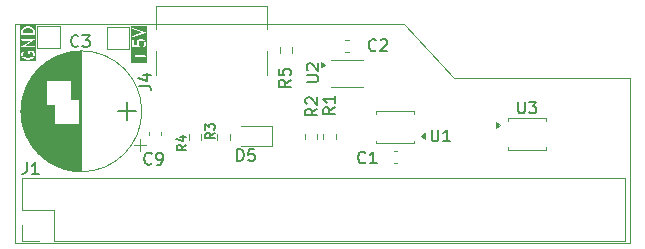
<source format=gbr>
%TF.GenerationSoftware,KiCad,Pcbnew,9.0.7-9.0.7~ubuntu24.04.1*%
%TF.CreationDate,2026-01-11T20:29:34+01:00*%
%TF.ProjectId,mfi,6d66692e-6b69-4636-9164-5f7063625858,rev?*%
%TF.SameCoordinates,Original*%
%TF.FileFunction,Legend,Top*%
%TF.FilePolarity,Positive*%
%FSLAX46Y46*%
G04 Gerber Fmt 4.6, Leading zero omitted, Abs format (unit mm)*
G04 Created by KiCad (PCBNEW 9.0.7-9.0.7~ubuntu24.04.1) date 2026-01-11 20:29:34*
%MOMM*%
%LPD*%
G01*
G04 APERTURE LIST*
%ADD10C,0.150000*%
%ADD11C,0.120000*%
%TA.AperFunction,Profile*%
%ADD12C,0.010000*%
%TD*%
G04 APERTURE END LIST*
D10*
X109450000Y-119550000D02*
X109450000Y-118050000D01*
X108700000Y-118800000D02*
X110200000Y-118800000D01*
G36*
X111155930Y-114742877D02*
G01*
X109783708Y-114742877D01*
X109783708Y-114162623D01*
X110134355Y-114162623D01*
X110134355Y-114191887D01*
X110145554Y-114218923D01*
X110166246Y-114239615D01*
X110193282Y-114250814D01*
X110207914Y-114252255D01*
X110513866Y-114252255D01*
X110513866Y-114558207D01*
X110515307Y-114572839D01*
X110526506Y-114599875D01*
X110547198Y-114620567D01*
X110574234Y-114631766D01*
X110603498Y-114631766D01*
X110630534Y-114620567D01*
X110651226Y-114599875D01*
X110662425Y-114572839D01*
X110663866Y-114558207D01*
X110663866Y-114252255D01*
X110969819Y-114252255D01*
X110984451Y-114250814D01*
X111011487Y-114239615D01*
X111032179Y-114218923D01*
X111043378Y-114191887D01*
X111043378Y-114162623D01*
X111032179Y-114135587D01*
X111011487Y-114114895D01*
X110984451Y-114103696D01*
X110969819Y-114102255D01*
X110663866Y-114102255D01*
X110663866Y-113796303D01*
X110662425Y-113781671D01*
X110651226Y-113754635D01*
X110630534Y-113733943D01*
X110603498Y-113722744D01*
X110574234Y-113722744D01*
X110547198Y-113733943D01*
X110526506Y-113754635D01*
X110515307Y-113781671D01*
X110513866Y-113796303D01*
X110513866Y-114102255D01*
X110207914Y-114102255D01*
X110193282Y-114103696D01*
X110166246Y-114114895D01*
X110145554Y-114135587D01*
X110134355Y-114162623D01*
X109783708Y-114162623D01*
X109783708Y-112843922D01*
X109894819Y-112843922D01*
X109894819Y-113320112D01*
X109895351Y-113325523D01*
X109895169Y-113327352D01*
X109895707Y-113329138D01*
X109896260Y-113334744D01*
X109900454Y-113344870D01*
X109903622Y-113355368D01*
X109906013Y-113358291D01*
X109907459Y-113361780D01*
X109915212Y-113369533D01*
X109922153Y-113378016D01*
X109925479Y-113379800D01*
X109928151Y-113382472D01*
X109938280Y-113386667D01*
X109947940Y-113391850D01*
X109953464Y-113392957D01*
X109955187Y-113393671D01*
X109957024Y-113393671D01*
X109962356Y-113394740D01*
X110438546Y-113442359D01*
X110453249Y-113442381D01*
X110456865Y-113441290D01*
X110460640Y-113441290D01*
X110470764Y-113437096D01*
X110481265Y-113433928D01*
X110484189Y-113431535D01*
X110487676Y-113430091D01*
X110495424Y-113422342D01*
X110503913Y-113415397D01*
X110505698Y-113412068D01*
X110508369Y-113409398D01*
X110512562Y-113399273D01*
X110517747Y-113389610D01*
X110518122Y-113385850D01*
X110519568Y-113382362D01*
X110519568Y-113371400D01*
X110520659Y-113360491D01*
X110519568Y-113356875D01*
X110519568Y-113353099D01*
X110515373Y-113342972D01*
X110512206Y-113332475D01*
X110509814Y-113329551D01*
X110508369Y-113326063D01*
X110499042Y-113314698D01*
X110460029Y-113275685D01*
X110425771Y-113207169D01*
X110425771Y-113004484D01*
X110460029Y-112935968D01*
X110490436Y-112905561D01*
X110558952Y-112871303D01*
X110761637Y-112871303D01*
X110830153Y-112905561D01*
X110860561Y-112935968D01*
X110894819Y-113004484D01*
X110894819Y-113207169D01*
X110860561Y-113275684D01*
X110821548Y-113314697D01*
X110812220Y-113326063D01*
X110801021Y-113353099D01*
X110801021Y-113382362D01*
X110812219Y-113409398D01*
X110832912Y-113430091D01*
X110859948Y-113441290D01*
X110889211Y-113441290D01*
X110916247Y-113430092D01*
X110927612Y-113420765D01*
X110975232Y-113373146D01*
X110979950Y-113367396D01*
X110981450Y-113366096D01*
X110982872Y-113363836D01*
X110984560Y-113361780D01*
X110985317Y-113359952D01*
X110989282Y-113353653D01*
X111036901Y-113258415D01*
X111042156Y-113244684D01*
X111042347Y-113241994D01*
X111043378Y-113239506D01*
X111044819Y-113224874D01*
X111044819Y-112986779D01*
X111043378Y-112972147D01*
X111042347Y-112969658D01*
X111042156Y-112966969D01*
X111036901Y-112953238D01*
X110989282Y-112858000D01*
X110985317Y-112851700D01*
X110984560Y-112849873D01*
X110982872Y-112847816D01*
X110981450Y-112845557D01*
X110979950Y-112844256D01*
X110975232Y-112838507D01*
X110927612Y-112790888D01*
X110921863Y-112786170D01*
X110920564Y-112784672D01*
X110918305Y-112783250D01*
X110916247Y-112781561D01*
X110914417Y-112780803D01*
X110908121Y-112776840D01*
X110812883Y-112729221D01*
X110799151Y-112723966D01*
X110796463Y-112723775D01*
X110793974Y-112722744D01*
X110779342Y-112721303D01*
X110541247Y-112721303D01*
X110526615Y-112722744D01*
X110524126Y-112723774D01*
X110521437Y-112723966D01*
X110507706Y-112729221D01*
X110412468Y-112776840D01*
X110406168Y-112780804D01*
X110404341Y-112781562D01*
X110402284Y-112783250D01*
X110400025Y-112784672D01*
X110398725Y-112786170D01*
X110392976Y-112790889D01*
X110345357Y-112838508D01*
X110340638Y-112844257D01*
X110339140Y-112845557D01*
X110337718Y-112847816D01*
X110336030Y-112849873D01*
X110335272Y-112851700D01*
X110331308Y-112858000D01*
X110283689Y-112953238D01*
X110278434Y-112966970D01*
X110278243Y-112969657D01*
X110277212Y-112972147D01*
X110275771Y-112986779D01*
X110275771Y-113224874D01*
X110277212Y-113239506D01*
X110278243Y-113241995D01*
X110278434Y-113244683D01*
X110283689Y-113258415D01*
X110293009Y-113277056D01*
X110044819Y-113252237D01*
X110044819Y-112843922D01*
X110043378Y-112829290D01*
X110032179Y-112802254D01*
X110011487Y-112781562D01*
X109984451Y-112770363D01*
X109955187Y-112770363D01*
X109928151Y-112781562D01*
X109907459Y-112802254D01*
X109896260Y-112829290D01*
X109894819Y-112843922D01*
X109783708Y-112843922D01*
X109783708Y-111834542D01*
X109895408Y-111834542D01*
X109897483Y-111863732D01*
X109910569Y-111889905D01*
X109932676Y-111909079D01*
X109946102Y-111915073D01*
X110732648Y-112177255D01*
X109946102Y-112439437D01*
X109932676Y-112445431D01*
X109910569Y-112464605D01*
X109897483Y-112490778D01*
X109895408Y-112519968D01*
X109904662Y-112547731D01*
X109923836Y-112569838D01*
X109950009Y-112582924D01*
X109979199Y-112584999D01*
X109993536Y-112581739D01*
X110993536Y-112248406D01*
X111006961Y-112242412D01*
X111011008Y-112238901D01*
X111015802Y-112236505D01*
X111021966Y-112229397D01*
X111029068Y-112223238D01*
X111031463Y-112218446D01*
X111034976Y-112214397D01*
X111037950Y-112205474D01*
X111042155Y-112197065D01*
X111042534Y-112191720D01*
X111044230Y-112186635D01*
X111043563Y-112177255D01*
X111044230Y-112167875D01*
X111042534Y-112162789D01*
X111042155Y-112157445D01*
X111037950Y-112149035D01*
X111034976Y-112140113D01*
X111031463Y-112136063D01*
X111029068Y-112131272D01*
X111021966Y-112125112D01*
X111015802Y-112118005D01*
X111011008Y-112115608D01*
X111006961Y-112112098D01*
X110993536Y-112106104D01*
X109993536Y-111772771D01*
X109979199Y-111769511D01*
X109950009Y-111771586D01*
X109923836Y-111784672D01*
X109904662Y-111806779D01*
X109895408Y-111834542D01*
X109783708Y-111834542D01*
X109783708Y-111658400D01*
X111155930Y-111658400D01*
X111155930Y-114742877D01*
G37*
G36*
X101305547Y-111857543D02*
G01*
X101382534Y-111896037D01*
X101456648Y-111970150D01*
X101494819Y-112084663D01*
X101494819Y-112235588D01*
X100644819Y-112235588D01*
X100644819Y-112084663D01*
X100682990Y-111970149D01*
X100757103Y-111896037D01*
X100834090Y-111857543D01*
X101007624Y-111814160D01*
X101132013Y-111814160D01*
X101305547Y-111857543D01*
G37*
G36*
X101755930Y-114591937D02*
G01*
X100383708Y-114591937D01*
X100383708Y-113929636D01*
X100494819Y-113929636D01*
X100494819Y-114072493D01*
X100495548Y-114079898D01*
X100495408Y-114081873D01*
X100495998Y-114084470D01*
X100496260Y-114087125D01*
X100497018Y-114088956D01*
X100498668Y-114096210D01*
X100546287Y-114239067D01*
X100552281Y-114252492D01*
X100554046Y-114254527D01*
X100555078Y-114257018D01*
X100564405Y-114268383D01*
X100659643Y-114363621D01*
X100665393Y-114368341D01*
X100666692Y-114369838D01*
X100668946Y-114371257D01*
X100671008Y-114372949D01*
X100672840Y-114373707D01*
X100679135Y-114377670D01*
X100774373Y-114425289D01*
X100775442Y-114425698D01*
X100775878Y-114426021D01*
X100782014Y-114428213D01*
X100788104Y-114430544D01*
X100788644Y-114430582D01*
X100789724Y-114430968D01*
X100980200Y-114478587D01*
X100982736Y-114478962D01*
X100983758Y-114479385D01*
X100989270Y-114479927D01*
X100994744Y-114480737D01*
X100995836Y-114480574D01*
X100998390Y-114480826D01*
X101141247Y-114480826D01*
X101143800Y-114480574D01*
X101144893Y-114480737D01*
X101150366Y-114479927D01*
X101155879Y-114479385D01*
X101156900Y-114478962D01*
X101159437Y-114478587D01*
X101349913Y-114430968D01*
X101350992Y-114430582D01*
X101351532Y-114430544D01*
X101357613Y-114428216D01*
X101363759Y-114426021D01*
X101364194Y-114425698D01*
X101365264Y-114425289D01*
X101460502Y-114377670D01*
X101466798Y-114373706D01*
X101468628Y-114372949D01*
X101470686Y-114371259D01*
X101472945Y-114369838D01*
X101474244Y-114368339D01*
X101479994Y-114363621D01*
X101575233Y-114268383D01*
X101584561Y-114257018D01*
X101585592Y-114254527D01*
X101587357Y-114252493D01*
X101593351Y-114239067D01*
X101640970Y-114096211D01*
X101642619Y-114088955D01*
X101643378Y-114087125D01*
X101643639Y-114084471D01*
X101644230Y-114081874D01*
X101644089Y-114079899D01*
X101644819Y-114072493D01*
X101644819Y-113977255D01*
X101644089Y-113969848D01*
X101644230Y-113967874D01*
X101643639Y-113965276D01*
X101643378Y-113962623D01*
X101642619Y-113960792D01*
X101640970Y-113953537D01*
X101593351Y-113810681D01*
X101587357Y-113797255D01*
X101585590Y-113795218D01*
X101584560Y-113792730D01*
X101575232Y-113781364D01*
X101527612Y-113733745D01*
X101516247Y-113724418D01*
X101500410Y-113717858D01*
X101489212Y-113713220D01*
X101474580Y-113711779D01*
X101141247Y-113711779D01*
X101126615Y-113713220D01*
X101099579Y-113724419D01*
X101078887Y-113745111D01*
X101067688Y-113772147D01*
X101066247Y-113786779D01*
X101066247Y-113977255D01*
X101067688Y-113991887D01*
X101078887Y-114018923D01*
X101099579Y-114039615D01*
X101126615Y-114050814D01*
X101155879Y-114050814D01*
X101182915Y-114039615D01*
X101203607Y-114018923D01*
X101214806Y-113991887D01*
X101216247Y-113977255D01*
X101216247Y-113861779D01*
X101443514Y-113861779D01*
X101456648Y-113874912D01*
X101494819Y-113989425D01*
X101494819Y-114060323D01*
X101456648Y-114174835D01*
X101382534Y-114248948D01*
X101305547Y-114287442D01*
X101132013Y-114330826D01*
X101007624Y-114330826D01*
X100834090Y-114287442D01*
X100757103Y-114248949D01*
X100682990Y-114174836D01*
X100644819Y-114060322D01*
X100644819Y-113947341D01*
X100684520Y-113867939D01*
X100689775Y-113854208D01*
X100691849Y-113825018D01*
X100682595Y-113797256D01*
X100663422Y-113775149D01*
X100637247Y-113762061D01*
X100608057Y-113759987D01*
X100580296Y-113769241D01*
X100558188Y-113788414D01*
X100550356Y-113800857D01*
X100502737Y-113896095D01*
X100497482Y-113909827D01*
X100497291Y-113912514D01*
X100496260Y-113915004D01*
X100494819Y-113929636D01*
X100383708Y-113929636D01*
X100383708Y-113352968D01*
X100495002Y-113352968D01*
X100496260Y-113362864D01*
X100496260Y-113372839D01*
X100498089Y-113377254D01*
X100498692Y-113381998D01*
X100503642Y-113390662D01*
X100507459Y-113399875D01*
X100510837Y-113403253D01*
X100513211Y-113407407D01*
X100521100Y-113413516D01*
X100528151Y-113420567D01*
X100532567Y-113422396D01*
X100536348Y-113425324D01*
X100545971Y-113427948D01*
X100555187Y-113431766D01*
X100562669Y-113432502D01*
X100564580Y-113433024D01*
X100566055Y-113432836D01*
X100569819Y-113433207D01*
X101569819Y-113433207D01*
X101584451Y-113431766D01*
X101611487Y-113420567D01*
X101632179Y-113399875D01*
X101643378Y-113372839D01*
X101643378Y-113343575D01*
X101632179Y-113316539D01*
X101611487Y-113295847D01*
X101584451Y-113284648D01*
X101569819Y-113283207D01*
X100852236Y-113283207D01*
X101607030Y-112851897D01*
X101610114Y-112849707D01*
X101611487Y-112849139D01*
X101612884Y-112847741D01*
X101619019Y-112843387D01*
X101625127Y-112835498D01*
X101632179Y-112828447D01*
X101634009Y-112824028D01*
X101636936Y-112820249D01*
X101639560Y-112810627D01*
X101643378Y-112801411D01*
X101643378Y-112796630D01*
X101644636Y-112792018D01*
X101643378Y-112782121D01*
X101643378Y-112772147D01*
X101641548Y-112767731D01*
X101640946Y-112762988D01*
X101635995Y-112754323D01*
X101632179Y-112745111D01*
X101628800Y-112741732D01*
X101626427Y-112737579D01*
X101618537Y-112731469D01*
X101611487Y-112724419D01*
X101607070Y-112722589D01*
X101603290Y-112719662D01*
X101593666Y-112717037D01*
X101584451Y-112713220D01*
X101576968Y-112712483D01*
X101575058Y-112711962D01*
X101573582Y-112712149D01*
X101569819Y-112711779D01*
X100569819Y-112711779D01*
X100555187Y-112713220D01*
X100528151Y-112724419D01*
X100507459Y-112745111D01*
X100496260Y-112772147D01*
X100496260Y-112801411D01*
X100507459Y-112828447D01*
X100528151Y-112849139D01*
X100555187Y-112860338D01*
X100569819Y-112861779D01*
X101287402Y-112861779D01*
X100532609Y-113293089D01*
X100529525Y-113295277D01*
X100528151Y-113295847D01*
X100526751Y-113297246D01*
X100520619Y-113301599D01*
X100514509Y-113309488D01*
X100507459Y-113316539D01*
X100505629Y-113320955D01*
X100502702Y-113324736D01*
X100500077Y-113334359D01*
X100496260Y-113343575D01*
X100496260Y-113348355D01*
X100495002Y-113352968D01*
X100383708Y-113352968D01*
X100383708Y-112072493D01*
X100494819Y-112072493D01*
X100494819Y-112310588D01*
X100496260Y-112325220D01*
X100507459Y-112352256D01*
X100528151Y-112372948D01*
X100555187Y-112384147D01*
X100569819Y-112385588D01*
X101569819Y-112385588D01*
X101584451Y-112384147D01*
X101611487Y-112372948D01*
X101632179Y-112352256D01*
X101643378Y-112325220D01*
X101644819Y-112310588D01*
X101644819Y-112072493D01*
X101644089Y-112065086D01*
X101644230Y-112063112D01*
X101643639Y-112060514D01*
X101643378Y-112057861D01*
X101642619Y-112056030D01*
X101640970Y-112048775D01*
X101593351Y-111905919D01*
X101587357Y-111892493D01*
X101585592Y-111890458D01*
X101584561Y-111887968D01*
X101575233Y-111876603D01*
X101479994Y-111781365D01*
X101474244Y-111776646D01*
X101472945Y-111775148D01*
X101470686Y-111773726D01*
X101468628Y-111772037D01*
X101466798Y-111771279D01*
X101460502Y-111767316D01*
X101365264Y-111719697D01*
X101364194Y-111719287D01*
X101363759Y-111718965D01*
X101357613Y-111716769D01*
X101351532Y-111714442D01*
X101350992Y-111714403D01*
X101349913Y-111714018D01*
X101159437Y-111666399D01*
X101156900Y-111666023D01*
X101155879Y-111665601D01*
X101150366Y-111665058D01*
X101144893Y-111664249D01*
X101143800Y-111664411D01*
X101141247Y-111664160D01*
X100998390Y-111664160D01*
X100995836Y-111664411D01*
X100994744Y-111664249D01*
X100989270Y-111665058D01*
X100983758Y-111665601D01*
X100982736Y-111666023D01*
X100980200Y-111666399D01*
X100789724Y-111714018D01*
X100788644Y-111714403D01*
X100788104Y-111714442D01*
X100782014Y-111716772D01*
X100775878Y-111718965D01*
X100775442Y-111719287D01*
X100774373Y-111719697D01*
X100679135Y-111767316D01*
X100672840Y-111771278D01*
X100671008Y-111772037D01*
X100668946Y-111773728D01*
X100666692Y-111775148D01*
X100665393Y-111776644D01*
X100659643Y-111781365D01*
X100564405Y-111876603D01*
X100555078Y-111887968D01*
X100554046Y-111890458D01*
X100552281Y-111892494D01*
X100546287Y-111905919D01*
X100498668Y-112048776D01*
X100497018Y-112056029D01*
X100496260Y-112057861D01*
X100495998Y-112060515D01*
X100495408Y-112063113D01*
X100495548Y-112065087D01*
X100494819Y-112072493D01*
X100383708Y-112072493D01*
X100383708Y-111553049D01*
X101755930Y-111553049D01*
X101755930Y-114591937D01*
G37*
X142546207Y-118029819D02*
X142546207Y-118839342D01*
X142546207Y-118839342D02*
X142593826Y-118934580D01*
X142593826Y-118934580D02*
X142641445Y-118982200D01*
X142641445Y-118982200D02*
X142736683Y-119029819D01*
X142736683Y-119029819D02*
X142927159Y-119029819D01*
X142927159Y-119029819D02*
X143022397Y-118982200D01*
X143022397Y-118982200D02*
X143070016Y-118934580D01*
X143070016Y-118934580D02*
X143117635Y-118839342D01*
X143117635Y-118839342D02*
X143117635Y-118029819D01*
X143498588Y-118029819D02*
X144117635Y-118029819D01*
X144117635Y-118029819D02*
X143784302Y-118410771D01*
X143784302Y-118410771D02*
X143927159Y-118410771D01*
X143927159Y-118410771D02*
X144022397Y-118458390D01*
X144022397Y-118458390D02*
X144070016Y-118506009D01*
X144070016Y-118506009D02*
X144117635Y-118601247D01*
X144117635Y-118601247D02*
X144117635Y-118839342D01*
X144117635Y-118839342D02*
X144070016Y-118934580D01*
X144070016Y-118934580D02*
X144022397Y-118982200D01*
X144022397Y-118982200D02*
X143927159Y-119029819D01*
X143927159Y-119029819D02*
X143641445Y-119029819D01*
X143641445Y-119029819D02*
X143546207Y-118982200D01*
X143546207Y-118982200D02*
X143498588Y-118934580D01*
X124654819Y-116361904D02*
X125464342Y-116361904D01*
X125464342Y-116361904D02*
X125559580Y-116314285D01*
X125559580Y-116314285D02*
X125607200Y-116266666D01*
X125607200Y-116266666D02*
X125654819Y-116171428D01*
X125654819Y-116171428D02*
X125654819Y-115980952D01*
X125654819Y-115980952D02*
X125607200Y-115885714D01*
X125607200Y-115885714D02*
X125559580Y-115838095D01*
X125559580Y-115838095D02*
X125464342Y-115790476D01*
X125464342Y-115790476D02*
X124654819Y-115790476D01*
X124750057Y-115361904D02*
X124702438Y-115314285D01*
X124702438Y-115314285D02*
X124654819Y-115219047D01*
X124654819Y-115219047D02*
X124654819Y-114980952D01*
X124654819Y-114980952D02*
X124702438Y-114885714D01*
X124702438Y-114885714D02*
X124750057Y-114838095D01*
X124750057Y-114838095D02*
X124845295Y-114790476D01*
X124845295Y-114790476D02*
X124940533Y-114790476D01*
X124940533Y-114790476D02*
X125083390Y-114838095D01*
X125083390Y-114838095D02*
X125654819Y-115409523D01*
X125654819Y-115409523D02*
X125654819Y-114790476D01*
X105333333Y-113309580D02*
X105285714Y-113357200D01*
X105285714Y-113357200D02*
X105142857Y-113404819D01*
X105142857Y-113404819D02*
X105047619Y-113404819D01*
X105047619Y-113404819D02*
X104904762Y-113357200D01*
X104904762Y-113357200D02*
X104809524Y-113261961D01*
X104809524Y-113261961D02*
X104761905Y-113166723D01*
X104761905Y-113166723D02*
X104714286Y-112976247D01*
X104714286Y-112976247D02*
X104714286Y-112833390D01*
X104714286Y-112833390D02*
X104761905Y-112642914D01*
X104761905Y-112642914D02*
X104809524Y-112547676D01*
X104809524Y-112547676D02*
X104904762Y-112452438D01*
X104904762Y-112452438D02*
X105047619Y-112404819D01*
X105047619Y-112404819D02*
X105142857Y-112404819D01*
X105142857Y-112404819D02*
X105285714Y-112452438D01*
X105285714Y-112452438D02*
X105333333Y-112500057D01*
X105666667Y-112404819D02*
X106285714Y-112404819D01*
X106285714Y-112404819D02*
X105952381Y-112785771D01*
X105952381Y-112785771D02*
X106095238Y-112785771D01*
X106095238Y-112785771D02*
X106190476Y-112833390D01*
X106190476Y-112833390D02*
X106238095Y-112881009D01*
X106238095Y-112881009D02*
X106285714Y-112976247D01*
X106285714Y-112976247D02*
X106285714Y-113214342D01*
X106285714Y-113214342D02*
X106238095Y-113309580D01*
X106238095Y-113309580D02*
X106190476Y-113357200D01*
X106190476Y-113357200D02*
X106095238Y-113404819D01*
X106095238Y-113404819D02*
X105809524Y-113404819D01*
X105809524Y-113404819D02*
X105714286Y-113357200D01*
X105714286Y-113357200D02*
X105666667Y-113309580D01*
X100966666Y-123154819D02*
X100966666Y-123869104D01*
X100966666Y-123869104D02*
X100919047Y-124011961D01*
X100919047Y-124011961D02*
X100823809Y-124107200D01*
X100823809Y-124107200D02*
X100680952Y-124154819D01*
X100680952Y-124154819D02*
X100585714Y-124154819D01*
X101966666Y-124154819D02*
X101395238Y-124154819D01*
X101680952Y-124154819D02*
X101680952Y-123154819D01*
X101680952Y-123154819D02*
X101585714Y-123297676D01*
X101585714Y-123297676D02*
X101490476Y-123392914D01*
X101490476Y-123392914D02*
X101395238Y-123440533D01*
X130533333Y-113659580D02*
X130485714Y-113707200D01*
X130485714Y-113707200D02*
X130342857Y-113754819D01*
X130342857Y-113754819D02*
X130247619Y-113754819D01*
X130247619Y-113754819D02*
X130104762Y-113707200D01*
X130104762Y-113707200D02*
X130009524Y-113611961D01*
X130009524Y-113611961D02*
X129961905Y-113516723D01*
X129961905Y-113516723D02*
X129914286Y-113326247D01*
X129914286Y-113326247D02*
X129914286Y-113183390D01*
X129914286Y-113183390D02*
X129961905Y-112992914D01*
X129961905Y-112992914D02*
X130009524Y-112897676D01*
X130009524Y-112897676D02*
X130104762Y-112802438D01*
X130104762Y-112802438D02*
X130247619Y-112754819D01*
X130247619Y-112754819D02*
X130342857Y-112754819D01*
X130342857Y-112754819D02*
X130485714Y-112802438D01*
X130485714Y-112802438D02*
X130533333Y-112850057D01*
X130914286Y-112850057D02*
X130961905Y-112802438D01*
X130961905Y-112802438D02*
X131057143Y-112754819D01*
X131057143Y-112754819D02*
X131295238Y-112754819D01*
X131295238Y-112754819D02*
X131390476Y-112802438D01*
X131390476Y-112802438D02*
X131438095Y-112850057D01*
X131438095Y-112850057D02*
X131485714Y-112945295D01*
X131485714Y-112945295D02*
X131485714Y-113040533D01*
X131485714Y-113040533D02*
X131438095Y-113183390D01*
X131438095Y-113183390D02*
X130866667Y-113754819D01*
X130866667Y-113754819D02*
X131485714Y-113754819D01*
X111533333Y-123259580D02*
X111485714Y-123307200D01*
X111485714Y-123307200D02*
X111342857Y-123354819D01*
X111342857Y-123354819D02*
X111247619Y-123354819D01*
X111247619Y-123354819D02*
X111104762Y-123307200D01*
X111104762Y-123307200D02*
X111009524Y-123211961D01*
X111009524Y-123211961D02*
X110961905Y-123116723D01*
X110961905Y-123116723D02*
X110914286Y-122926247D01*
X110914286Y-122926247D02*
X110914286Y-122783390D01*
X110914286Y-122783390D02*
X110961905Y-122592914D01*
X110961905Y-122592914D02*
X111009524Y-122497676D01*
X111009524Y-122497676D02*
X111104762Y-122402438D01*
X111104762Y-122402438D02*
X111247619Y-122354819D01*
X111247619Y-122354819D02*
X111342857Y-122354819D01*
X111342857Y-122354819D02*
X111485714Y-122402438D01*
X111485714Y-122402438D02*
X111533333Y-122450057D01*
X112009524Y-123354819D02*
X112200000Y-123354819D01*
X112200000Y-123354819D02*
X112295238Y-123307200D01*
X112295238Y-123307200D02*
X112342857Y-123259580D01*
X112342857Y-123259580D02*
X112438095Y-123116723D01*
X112438095Y-123116723D02*
X112485714Y-122926247D01*
X112485714Y-122926247D02*
X112485714Y-122545295D01*
X112485714Y-122545295D02*
X112438095Y-122450057D01*
X112438095Y-122450057D02*
X112390476Y-122402438D01*
X112390476Y-122402438D02*
X112295238Y-122354819D01*
X112295238Y-122354819D02*
X112104762Y-122354819D01*
X112104762Y-122354819D02*
X112009524Y-122402438D01*
X112009524Y-122402438D02*
X111961905Y-122450057D01*
X111961905Y-122450057D02*
X111914286Y-122545295D01*
X111914286Y-122545295D02*
X111914286Y-122783390D01*
X111914286Y-122783390D02*
X111961905Y-122878628D01*
X111961905Y-122878628D02*
X112009524Y-122926247D01*
X112009524Y-122926247D02*
X112104762Y-122973866D01*
X112104762Y-122973866D02*
X112295238Y-122973866D01*
X112295238Y-122973866D02*
X112390476Y-122926247D01*
X112390476Y-122926247D02*
X112438095Y-122878628D01*
X112438095Y-122878628D02*
X112485714Y-122783390D01*
X114462295Y-121683332D02*
X114081342Y-121949999D01*
X114462295Y-122140475D02*
X113662295Y-122140475D01*
X113662295Y-122140475D02*
X113662295Y-121835713D01*
X113662295Y-121835713D02*
X113700390Y-121759523D01*
X113700390Y-121759523D02*
X113738485Y-121721428D01*
X113738485Y-121721428D02*
X113814676Y-121683332D01*
X113814676Y-121683332D02*
X113928961Y-121683332D01*
X113928961Y-121683332D02*
X114005152Y-121721428D01*
X114005152Y-121721428D02*
X114043247Y-121759523D01*
X114043247Y-121759523D02*
X114081342Y-121835713D01*
X114081342Y-121835713D02*
X114081342Y-122140475D01*
X113928961Y-120997618D02*
X114462295Y-120997618D01*
X113624200Y-121188094D02*
X114195628Y-121378571D01*
X114195628Y-121378571D02*
X114195628Y-120883332D01*
X123304819Y-116191666D02*
X122828628Y-116524999D01*
X123304819Y-116763094D02*
X122304819Y-116763094D01*
X122304819Y-116763094D02*
X122304819Y-116382142D01*
X122304819Y-116382142D02*
X122352438Y-116286904D01*
X122352438Y-116286904D02*
X122400057Y-116239285D01*
X122400057Y-116239285D02*
X122495295Y-116191666D01*
X122495295Y-116191666D02*
X122638152Y-116191666D01*
X122638152Y-116191666D02*
X122733390Y-116239285D01*
X122733390Y-116239285D02*
X122781009Y-116286904D01*
X122781009Y-116286904D02*
X122828628Y-116382142D01*
X122828628Y-116382142D02*
X122828628Y-116763094D01*
X122304819Y-115286904D02*
X122304819Y-115763094D01*
X122304819Y-115763094D02*
X122781009Y-115810713D01*
X122781009Y-115810713D02*
X122733390Y-115763094D01*
X122733390Y-115763094D02*
X122685771Y-115667856D01*
X122685771Y-115667856D02*
X122685771Y-115429761D01*
X122685771Y-115429761D02*
X122733390Y-115334523D01*
X122733390Y-115334523D02*
X122781009Y-115286904D01*
X122781009Y-115286904D02*
X122876247Y-115239285D01*
X122876247Y-115239285D02*
X123114342Y-115239285D01*
X123114342Y-115239285D02*
X123209580Y-115286904D01*
X123209580Y-115286904D02*
X123257200Y-115334523D01*
X123257200Y-115334523D02*
X123304819Y-115429761D01*
X123304819Y-115429761D02*
X123304819Y-115667856D01*
X123304819Y-115667856D02*
X123257200Y-115763094D01*
X123257200Y-115763094D02*
X123209580Y-115810713D01*
X110454819Y-116683333D02*
X111169104Y-116683333D01*
X111169104Y-116683333D02*
X111311961Y-116730952D01*
X111311961Y-116730952D02*
X111407200Y-116826190D01*
X111407200Y-116826190D02*
X111454819Y-116969047D01*
X111454819Y-116969047D02*
X111454819Y-117064285D01*
X110788152Y-115778571D02*
X111454819Y-115778571D01*
X110407200Y-116016666D02*
X111121485Y-116254761D01*
X111121485Y-116254761D02*
X111121485Y-115635714D01*
X116862295Y-120683332D02*
X116481342Y-120949999D01*
X116862295Y-121140475D02*
X116062295Y-121140475D01*
X116062295Y-121140475D02*
X116062295Y-120835713D01*
X116062295Y-120835713D02*
X116100390Y-120759523D01*
X116100390Y-120759523D02*
X116138485Y-120721428D01*
X116138485Y-120721428D02*
X116214676Y-120683332D01*
X116214676Y-120683332D02*
X116328961Y-120683332D01*
X116328961Y-120683332D02*
X116405152Y-120721428D01*
X116405152Y-120721428D02*
X116443247Y-120759523D01*
X116443247Y-120759523D02*
X116481342Y-120835713D01*
X116481342Y-120835713D02*
X116481342Y-121140475D01*
X116062295Y-120416666D02*
X116062295Y-119921428D01*
X116062295Y-119921428D02*
X116367057Y-120188094D01*
X116367057Y-120188094D02*
X116367057Y-120073809D01*
X116367057Y-120073809D02*
X116405152Y-119997618D01*
X116405152Y-119997618D02*
X116443247Y-119959523D01*
X116443247Y-119959523D02*
X116519438Y-119921428D01*
X116519438Y-119921428D02*
X116709914Y-119921428D01*
X116709914Y-119921428D02*
X116786104Y-119959523D01*
X116786104Y-119959523D02*
X116824200Y-119997618D01*
X116824200Y-119997618D02*
X116862295Y-120073809D01*
X116862295Y-120073809D02*
X116862295Y-120302380D01*
X116862295Y-120302380D02*
X116824200Y-120378571D01*
X116824200Y-120378571D02*
X116786104Y-120416666D01*
X135238095Y-120404819D02*
X135238095Y-121214342D01*
X135238095Y-121214342D02*
X135285714Y-121309580D01*
X135285714Y-121309580D02*
X135333333Y-121357200D01*
X135333333Y-121357200D02*
X135428571Y-121404819D01*
X135428571Y-121404819D02*
X135619047Y-121404819D01*
X135619047Y-121404819D02*
X135714285Y-121357200D01*
X135714285Y-121357200D02*
X135761904Y-121309580D01*
X135761904Y-121309580D02*
X135809523Y-121214342D01*
X135809523Y-121214342D02*
X135809523Y-120404819D01*
X136809523Y-121404819D02*
X136238095Y-121404819D01*
X136523809Y-121404819D02*
X136523809Y-120404819D01*
X136523809Y-120404819D02*
X136428571Y-120547676D01*
X136428571Y-120547676D02*
X136333333Y-120642914D01*
X136333333Y-120642914D02*
X136238095Y-120690533D01*
X125554819Y-118616666D02*
X125078628Y-118949999D01*
X125554819Y-119188094D02*
X124554819Y-119188094D01*
X124554819Y-119188094D02*
X124554819Y-118807142D01*
X124554819Y-118807142D02*
X124602438Y-118711904D01*
X124602438Y-118711904D02*
X124650057Y-118664285D01*
X124650057Y-118664285D02*
X124745295Y-118616666D01*
X124745295Y-118616666D02*
X124888152Y-118616666D01*
X124888152Y-118616666D02*
X124983390Y-118664285D01*
X124983390Y-118664285D02*
X125031009Y-118711904D01*
X125031009Y-118711904D02*
X125078628Y-118807142D01*
X125078628Y-118807142D02*
X125078628Y-119188094D01*
X124650057Y-118235713D02*
X124602438Y-118188094D01*
X124602438Y-118188094D02*
X124554819Y-118092856D01*
X124554819Y-118092856D02*
X124554819Y-117854761D01*
X124554819Y-117854761D02*
X124602438Y-117759523D01*
X124602438Y-117759523D02*
X124650057Y-117711904D01*
X124650057Y-117711904D02*
X124745295Y-117664285D01*
X124745295Y-117664285D02*
X124840533Y-117664285D01*
X124840533Y-117664285D02*
X124983390Y-117711904D01*
X124983390Y-117711904D02*
X125554819Y-118283332D01*
X125554819Y-118283332D02*
X125554819Y-117664285D01*
X118761905Y-123054819D02*
X118761905Y-122054819D01*
X118761905Y-122054819D02*
X119000000Y-122054819D01*
X119000000Y-122054819D02*
X119142857Y-122102438D01*
X119142857Y-122102438D02*
X119238095Y-122197676D01*
X119238095Y-122197676D02*
X119285714Y-122292914D01*
X119285714Y-122292914D02*
X119333333Y-122483390D01*
X119333333Y-122483390D02*
X119333333Y-122626247D01*
X119333333Y-122626247D02*
X119285714Y-122816723D01*
X119285714Y-122816723D02*
X119238095Y-122911961D01*
X119238095Y-122911961D02*
X119142857Y-123007200D01*
X119142857Y-123007200D02*
X119000000Y-123054819D01*
X119000000Y-123054819D02*
X118761905Y-123054819D01*
X120238095Y-122054819D02*
X119761905Y-122054819D01*
X119761905Y-122054819D02*
X119714286Y-122531009D01*
X119714286Y-122531009D02*
X119761905Y-122483390D01*
X119761905Y-122483390D02*
X119857143Y-122435771D01*
X119857143Y-122435771D02*
X120095238Y-122435771D01*
X120095238Y-122435771D02*
X120190476Y-122483390D01*
X120190476Y-122483390D02*
X120238095Y-122531009D01*
X120238095Y-122531009D02*
X120285714Y-122626247D01*
X120285714Y-122626247D02*
X120285714Y-122864342D01*
X120285714Y-122864342D02*
X120238095Y-122959580D01*
X120238095Y-122959580D02*
X120190476Y-123007200D01*
X120190476Y-123007200D02*
X120095238Y-123054819D01*
X120095238Y-123054819D02*
X119857143Y-123054819D01*
X119857143Y-123054819D02*
X119761905Y-123007200D01*
X119761905Y-123007200D02*
X119714286Y-122959580D01*
X127064819Y-118516666D02*
X126588628Y-118849999D01*
X127064819Y-119088094D02*
X126064819Y-119088094D01*
X126064819Y-119088094D02*
X126064819Y-118707142D01*
X126064819Y-118707142D02*
X126112438Y-118611904D01*
X126112438Y-118611904D02*
X126160057Y-118564285D01*
X126160057Y-118564285D02*
X126255295Y-118516666D01*
X126255295Y-118516666D02*
X126398152Y-118516666D01*
X126398152Y-118516666D02*
X126493390Y-118564285D01*
X126493390Y-118564285D02*
X126541009Y-118611904D01*
X126541009Y-118611904D02*
X126588628Y-118707142D01*
X126588628Y-118707142D02*
X126588628Y-119088094D01*
X127064819Y-117564285D02*
X127064819Y-118135713D01*
X127064819Y-117849999D02*
X126064819Y-117849999D01*
X126064819Y-117849999D02*
X126207676Y-117945237D01*
X126207676Y-117945237D02*
X126302914Y-118040475D01*
X126302914Y-118040475D02*
X126350533Y-118135713D01*
X129633333Y-123159580D02*
X129585714Y-123207200D01*
X129585714Y-123207200D02*
X129442857Y-123254819D01*
X129442857Y-123254819D02*
X129347619Y-123254819D01*
X129347619Y-123254819D02*
X129204762Y-123207200D01*
X129204762Y-123207200D02*
X129109524Y-123111961D01*
X129109524Y-123111961D02*
X129061905Y-123016723D01*
X129061905Y-123016723D02*
X129014286Y-122826247D01*
X129014286Y-122826247D02*
X129014286Y-122683390D01*
X129014286Y-122683390D02*
X129061905Y-122492914D01*
X129061905Y-122492914D02*
X129109524Y-122397676D01*
X129109524Y-122397676D02*
X129204762Y-122302438D01*
X129204762Y-122302438D02*
X129347619Y-122254819D01*
X129347619Y-122254819D02*
X129442857Y-122254819D01*
X129442857Y-122254819D02*
X129585714Y-122302438D01*
X129585714Y-122302438D02*
X129633333Y-122350057D01*
X130585714Y-123254819D02*
X130014286Y-123254819D01*
X130300000Y-123254819D02*
X130300000Y-122254819D01*
X130300000Y-122254819D02*
X130204762Y-122397676D01*
X130204762Y-122397676D02*
X130109524Y-122492914D01*
X130109524Y-122492914D02*
X130014286Y-122540533D01*
D11*
%TO.C,U3*%
X141698112Y-119415000D02*
X144918112Y-119415000D01*
X141698112Y-119640000D02*
X141698112Y-119415000D01*
X141698112Y-122125000D02*
X141698112Y-121900000D01*
X144918112Y-119415000D02*
X144918112Y-119640000D01*
X144918112Y-121900000D02*
X144918112Y-122125000D01*
X144918112Y-122125000D02*
X141698112Y-122125000D01*
X141056889Y-120025000D02*
X140726889Y-120265000D01*
X140726889Y-119785000D01*
X141056889Y-120025000D01*
G36*
X141056889Y-120025000D02*
G01*
X140726889Y-120265000D01*
X140726889Y-119785000D01*
X141056889Y-120025000D01*
G37*
%TO.C,U2*%
X126727500Y-114515000D02*
X129447500Y-114515000D01*
X129447500Y-116800000D02*
X126727500Y-116800000D01*
X126197500Y-114900000D02*
X125867500Y-115140000D01*
X125867500Y-114660000D01*
X126197500Y-114900000D01*
G36*
X126197500Y-114900000D02*
G01*
X125867500Y-115140000D01*
X125867500Y-114660000D01*
X126197500Y-114900000D01*
G37*
%TO.C,C3*%
X100499063Y-119449000D02*
X100499063Y-118251000D01*
X100539063Y-119712000D02*
X100539063Y-117988000D01*
X100579063Y-119912000D02*
X100579063Y-117788000D01*
X100619063Y-120080000D02*
X100619063Y-117620000D01*
X100659063Y-120227000D02*
X100659063Y-117473000D01*
X100699063Y-120359000D02*
X100699063Y-117341000D01*
X100739063Y-120480000D02*
X100739063Y-117220000D01*
X100779063Y-120592000D02*
X100779063Y-117108000D01*
X100819063Y-120696000D02*
X100819063Y-117004000D01*
X100859063Y-120794000D02*
X100859063Y-116906000D01*
X100899063Y-120887000D02*
X100899063Y-116813000D01*
X100939063Y-120974000D02*
X100939063Y-116726000D01*
X100979063Y-121058000D02*
X100979063Y-116642000D01*
X101019063Y-121138000D02*
X101019063Y-116562000D01*
X101059063Y-121215000D02*
X101059063Y-116485000D01*
X101099063Y-121289000D02*
X101099063Y-116411000D01*
X101139063Y-121360000D02*
X101139063Y-116340000D01*
X101179063Y-121428000D02*
X101179063Y-116272000D01*
X101219063Y-121494000D02*
X101219063Y-116206000D01*
X101259063Y-121558000D02*
X101259063Y-116142000D01*
X101299063Y-121620000D02*
X101299063Y-116080000D01*
X101339063Y-121680000D02*
X101339063Y-116020000D01*
X101379063Y-121738000D02*
X101379063Y-115962000D01*
X101419063Y-121795000D02*
X101419063Y-115905000D01*
X101459063Y-121850000D02*
X101459063Y-115850000D01*
X101499063Y-121903000D02*
X101499063Y-115797000D01*
X101539063Y-121955000D02*
X101539063Y-115745000D01*
X101579063Y-122006000D02*
X101579063Y-115694000D01*
X101619063Y-122055000D02*
X101619063Y-115645000D01*
X101659063Y-122104000D02*
X101659063Y-115596000D01*
X101699063Y-122151000D02*
X101699063Y-115549000D01*
X101739063Y-122197000D02*
X101739063Y-115503000D01*
X101779063Y-122241000D02*
X101779063Y-115459000D01*
X101819063Y-122285000D02*
X101819063Y-115415000D01*
X101859063Y-122328000D02*
X101859063Y-115372000D01*
X101899063Y-122370000D02*
X101899063Y-115330000D01*
X101939063Y-122411000D02*
X101939063Y-115289000D01*
X101979063Y-122451000D02*
X101979063Y-115249000D01*
X102019063Y-122490000D02*
X102019063Y-115210000D01*
X102059063Y-122528000D02*
X102059063Y-115172000D01*
X102099063Y-122566000D02*
X102099063Y-115134000D01*
X102139063Y-122602000D02*
X102139063Y-115098000D01*
X102179063Y-122638000D02*
X102179063Y-115062000D01*
X102219063Y-122673000D02*
X102219063Y-115027000D01*
X102259063Y-122708000D02*
X102259063Y-114992000D01*
X102299063Y-122741000D02*
X102299063Y-114959000D01*
X102339063Y-122774000D02*
X102339063Y-114926000D01*
X102379063Y-122807000D02*
X102379063Y-114893000D01*
X102419063Y-122838000D02*
X102419063Y-114862000D01*
X102459063Y-122870000D02*
X102459063Y-114830000D01*
X102499063Y-122900000D02*
X102499063Y-114800000D01*
X102539063Y-122930000D02*
X102539063Y-114770000D01*
X102579063Y-122959000D02*
X102579063Y-114741000D01*
X102619063Y-116210000D02*
X102619063Y-114712000D01*
X102619063Y-122988000D02*
X102619063Y-118290000D01*
X102659063Y-116210000D02*
X102659063Y-114684000D01*
X102659063Y-123016000D02*
X102659063Y-118290000D01*
X102699063Y-116210000D02*
X102699063Y-114657000D01*
X102699063Y-123043000D02*
X102699063Y-118290000D01*
X102739063Y-116210000D02*
X102739063Y-114630000D01*
X102739063Y-123070000D02*
X102739063Y-118290000D01*
X102779063Y-116210000D02*
X102779063Y-114603000D01*
X102779063Y-123097000D02*
X102779063Y-118290000D01*
X102819063Y-116210000D02*
X102819063Y-114578000D01*
X102819063Y-123122000D02*
X102819063Y-118290000D01*
X102859063Y-116210000D02*
X102859063Y-114552000D01*
X102859063Y-123148000D02*
X102859063Y-118290000D01*
X102899063Y-116210000D02*
X102899063Y-114527000D01*
X102899063Y-123173000D02*
X102899063Y-118290000D01*
X102939063Y-116210000D02*
X102939063Y-114503000D01*
X102939063Y-123197000D02*
X102939063Y-118290000D01*
X102979063Y-116210000D02*
X102979063Y-114479000D01*
X102979063Y-123221000D02*
X102979063Y-118290000D01*
X103019063Y-116210000D02*
X103019063Y-114456000D01*
X103019063Y-123244000D02*
X103019063Y-118290000D01*
X103059063Y-116210000D02*
X103059063Y-114433000D01*
X103059063Y-123267000D02*
X103059063Y-118290000D01*
X103099063Y-116210000D02*
X103099063Y-114411000D01*
X103099063Y-123289000D02*
X103099063Y-118290000D01*
X103139063Y-116210000D02*
X103139063Y-114389000D01*
X103139063Y-123311000D02*
X103139063Y-118290000D01*
X103179063Y-116210000D02*
X103179063Y-114367000D01*
X103179063Y-123333000D02*
X103179063Y-118290000D01*
X103219063Y-116210000D02*
X103219063Y-114346000D01*
X103219063Y-123354000D02*
X103219063Y-118290000D01*
X103259063Y-116210000D02*
X103259063Y-114326000D01*
X103259063Y-123374000D02*
X103259063Y-118290000D01*
X103299063Y-116210000D02*
X103299063Y-114306000D01*
X103299063Y-123394000D02*
X103299063Y-119890000D01*
X103339063Y-116210000D02*
X103339063Y-114286000D01*
X103339063Y-123414000D02*
X103339063Y-119890000D01*
X103379063Y-116210000D02*
X103379063Y-114267000D01*
X103379063Y-123433000D02*
X103379063Y-119890000D01*
X103419063Y-116210000D02*
X103419063Y-114248000D01*
X103419063Y-123452000D02*
X103419063Y-119890000D01*
X103459063Y-116210000D02*
X103459063Y-114230000D01*
X103459063Y-123470000D02*
X103459063Y-119890000D01*
X103499063Y-116210000D02*
X103499063Y-114212000D01*
X103499063Y-123488000D02*
X103499063Y-119890000D01*
X103539063Y-116210000D02*
X103539063Y-114194000D01*
X103539063Y-123506000D02*
X103539063Y-119890000D01*
X103579063Y-116210000D02*
X103579063Y-114177000D01*
X103579063Y-123523000D02*
X103579063Y-119890000D01*
X103619063Y-116210000D02*
X103619063Y-114160000D01*
X103619063Y-123540000D02*
X103619063Y-119890000D01*
X103659063Y-116210000D02*
X103659063Y-114144000D01*
X103659063Y-123556000D02*
X103659063Y-119890000D01*
X103699063Y-116210000D02*
X103699063Y-114128000D01*
X103699063Y-123572000D02*
X103699063Y-119890000D01*
X103739063Y-116210000D02*
X103739063Y-114112000D01*
X103739063Y-123588000D02*
X103739063Y-119890000D01*
X103779063Y-116210000D02*
X103779063Y-114097000D01*
X103779063Y-123603000D02*
X103779063Y-119890000D01*
X103819063Y-116210000D02*
X103819063Y-114082000D01*
X103819063Y-123618000D02*
X103819063Y-119890000D01*
X103859063Y-116210000D02*
X103859063Y-114068000D01*
X103859063Y-123632000D02*
X103859063Y-119890000D01*
X103899063Y-116210000D02*
X103899063Y-114053000D01*
X103899063Y-123647000D02*
X103899063Y-119890000D01*
X103939063Y-116210000D02*
X103939063Y-114040000D01*
X103939063Y-123660000D02*
X103939063Y-119890000D01*
X103979063Y-116210000D02*
X103979063Y-114026000D01*
X103979063Y-123674000D02*
X103979063Y-119890000D01*
X104019063Y-116210000D02*
X104019063Y-114013000D01*
X104019063Y-123687000D02*
X104019063Y-119890000D01*
X104059063Y-116210000D02*
X104059063Y-114001000D01*
X104059063Y-123699000D02*
X104059063Y-119890000D01*
X104099063Y-116210000D02*
X104099063Y-113989000D01*
X104099063Y-123711000D02*
X104099063Y-119890000D01*
X104139063Y-116210000D02*
X104139063Y-113977000D01*
X104139063Y-123723000D02*
X104139063Y-119890000D01*
X104179063Y-116210000D02*
X104179063Y-113965000D01*
X104179063Y-123735000D02*
X104179063Y-119890000D01*
X104219063Y-116210000D02*
X104219063Y-113954000D01*
X104219063Y-123746000D02*
X104219063Y-119890000D01*
X104259063Y-116210000D02*
X104259063Y-113943000D01*
X104259063Y-123757000D02*
X104259063Y-119890000D01*
X104299063Y-116210000D02*
X104299063Y-113933000D01*
X104299063Y-123767000D02*
X104299063Y-119890000D01*
X104339063Y-116210000D02*
X104339063Y-113922000D01*
X104339063Y-123778000D02*
X104339063Y-119890000D01*
X104379063Y-116210000D02*
X104379063Y-113913000D01*
X104379063Y-123787000D02*
X104379063Y-119890000D01*
X104419063Y-116210000D02*
X104419063Y-113903000D01*
X104419063Y-123797000D02*
X104419063Y-119890000D01*
X104459063Y-116210000D02*
X104459063Y-113894000D01*
X104459063Y-123806000D02*
X104459063Y-119890000D01*
X104499063Y-116210000D02*
X104499063Y-113885000D01*
X104499063Y-123815000D02*
X104499063Y-119890000D01*
X104539063Y-116210000D02*
X104539063Y-113877000D01*
X104539063Y-123823000D02*
X104539063Y-119890000D01*
X104579063Y-116210000D02*
X104579063Y-113869000D01*
X104579063Y-123831000D02*
X104579063Y-119890000D01*
X104619063Y-116210000D02*
X104619063Y-113861000D01*
X104619063Y-123839000D02*
X104619063Y-119890000D01*
X104659063Y-116210000D02*
X104659063Y-113853000D01*
X104659063Y-123847000D02*
X104659063Y-119890000D01*
X104699063Y-117810000D02*
X104699063Y-113846000D01*
X104699063Y-123854000D02*
X104699063Y-119890000D01*
X104739063Y-117810000D02*
X104739063Y-113839000D01*
X104739063Y-123861000D02*
X104739063Y-119890000D01*
X104779063Y-117810000D02*
X104779063Y-113833000D01*
X104779063Y-123867000D02*
X104779063Y-119890000D01*
X104819063Y-117810000D02*
X104819063Y-113827000D01*
X104819063Y-123873000D02*
X104819063Y-119890000D01*
X104859063Y-117810000D02*
X104859063Y-113821000D01*
X104859063Y-123879000D02*
X104859063Y-119890000D01*
X104899063Y-117810000D02*
X104899063Y-113815000D01*
X104899063Y-123885000D02*
X104899063Y-119890000D01*
X104939063Y-117810000D02*
X104939063Y-113810000D01*
X104939063Y-123890000D02*
X104939063Y-119890000D01*
X104979063Y-117810000D02*
X104979063Y-113805000D01*
X104979063Y-123895000D02*
X104979063Y-119890000D01*
X105019063Y-117810000D02*
X105019063Y-113801000D01*
X105019063Y-123899000D02*
X105019063Y-119890000D01*
X105059063Y-117810000D02*
X105059063Y-113796000D01*
X105059063Y-123904000D02*
X105059063Y-119890000D01*
X105099063Y-117810000D02*
X105099063Y-113793000D01*
X105099063Y-123907000D02*
X105099063Y-119890000D01*
X105139063Y-117810000D02*
X105139063Y-113789000D01*
X105139063Y-123911000D02*
X105139063Y-119890000D01*
X105179063Y-117810000D02*
X105179063Y-113786000D01*
X105179063Y-123914000D02*
X105179063Y-119890000D01*
X105219063Y-117810000D02*
X105219063Y-113783000D01*
X105219063Y-123917000D02*
X105219063Y-119890000D01*
X105259063Y-117810000D02*
X105259063Y-113780000D01*
X105259063Y-123920000D02*
X105259063Y-119890000D01*
X105299063Y-117810000D02*
X105299063Y-113778000D01*
X105299063Y-123922000D02*
X105299063Y-119890000D01*
X105339063Y-117810000D02*
X105339063Y-113776000D01*
X105339063Y-123924000D02*
X105339063Y-119890000D01*
X105379063Y-123926000D02*
X105379063Y-113774000D01*
X105419063Y-123927000D02*
X105419063Y-113773000D01*
X105459063Y-123929000D02*
X105459063Y-113771000D01*
X105499063Y-123929000D02*
X105499063Y-113771000D01*
X105539063Y-123930000D02*
X105539063Y-113770000D01*
X105579063Y-123930000D02*
X105579063Y-113770000D01*
X110558709Y-122225000D02*
X110558709Y-121225000D01*
X111058709Y-121725000D02*
X110058709Y-121725000D01*
X110699063Y-118850000D02*
G75*
G02*
X100459063Y-118850000I-5120000J0D01*
G01*
X100459063Y-118850000D02*
G75*
G02*
X110699063Y-118850000I5120000J0D01*
G01*
%TO.C,J1*%
X100580000Y-124530000D02*
X151600000Y-124530000D01*
X100580000Y-127180000D02*
X100580000Y-124530000D01*
X100580000Y-129830000D02*
X100580000Y-128450000D01*
X101960000Y-129830000D02*
X100580000Y-129830000D01*
X103230000Y-127180000D02*
X100580000Y-127180000D01*
X103230000Y-129830000D02*
X103230000Y-127180000D01*
X103230000Y-129830000D02*
X151600000Y-129830000D01*
X151600000Y-129830000D02*
X151600000Y-124530000D01*
%TO.C,C2*%
X128215580Y-113810000D02*
X127934420Y-113810000D01*
X128215580Y-112790000D02*
X127934420Y-112790000D01*
%TO.C,C9*%
X111290000Y-120865580D02*
X111290000Y-120584420D01*
X112310000Y-120865580D02*
X112310000Y-120584420D01*
%TO.C,R4*%
X114687500Y-120812742D02*
X114687500Y-121287258D01*
X115732500Y-120812742D02*
X115732500Y-121287258D01*
%TO.C,R5*%
X122377500Y-113437742D02*
X122377500Y-113912258D01*
X123422500Y-113437742D02*
X123422500Y-113912258D01*
%TO.C,TP2*%
X107750000Y-111700000D02*
X109650000Y-111700000D01*
X107750000Y-113600000D02*
X107750000Y-111700000D01*
X109650000Y-111700000D02*
X109650000Y-113600000D01*
X109650000Y-113600000D02*
X107750000Y-113600000D01*
%TO.C,TP4*%
X101850000Y-111600000D02*
X103750000Y-111600000D01*
X101850000Y-113500000D02*
X101850000Y-111600000D01*
X103750000Y-111600000D02*
X103750000Y-113500000D01*
X103750000Y-113500000D02*
X101850000Y-113500000D01*
%TO.C,J4*%
X111910000Y-111850000D02*
X111910000Y-109950000D01*
X111910000Y-115750000D02*
X111910000Y-113750000D01*
X121310000Y-109950000D02*
X111910000Y-109950000D01*
X121310000Y-111850000D02*
X121310000Y-109950000D01*
X121310000Y-115750000D02*
X121310000Y-113750000D01*
%TO.C,R3*%
X117087500Y-120812742D02*
X117087500Y-121287258D01*
X118132500Y-120812742D02*
X118132500Y-121287258D01*
%TO.C,U1*%
X130490000Y-118850000D02*
X133710000Y-118850000D01*
X130490000Y-119075000D02*
X130490000Y-118850000D01*
X130490000Y-121560000D02*
X130490000Y-121335000D01*
X133710000Y-118850000D02*
X133710000Y-119075000D01*
X133710000Y-121335000D02*
X133710000Y-121560000D01*
X133710000Y-121560000D02*
X130490000Y-121560000D01*
X134681223Y-121190000D02*
X134351223Y-120950000D01*
X134681223Y-120710000D01*
X134681223Y-121190000D01*
G36*
X134681223Y-121190000D02*
G01*
X134351223Y-120950000D01*
X134681223Y-120710000D01*
X134681223Y-121190000D01*
G37*
%TO.C,R2*%
X124477500Y-121212258D02*
X124477500Y-120737742D01*
X125522500Y-121212258D02*
X125522500Y-120737742D01*
%TO.C,D5*%
X121760000Y-120100000D02*
X119100000Y-120100000D01*
X121760000Y-121800000D02*
X119100000Y-121800000D01*
X121760000Y-121800000D02*
X121760000Y-120100000D01*
%TO.C,R1*%
X126077500Y-121212258D02*
X126077500Y-120737742D01*
X127122500Y-121212258D02*
X127122500Y-120737742D01*
%TO.C,C1*%
X132034420Y-122240000D02*
X132315580Y-122240000D01*
X132034420Y-123260000D02*
X132315580Y-123260000D01*
%TD*%
D12*
X137100000Y-116000000D02*
X152000000Y-116000000D01*
X132900000Y-111500000D02*
X137100000Y-116000000D01*
X100000000Y-130000000D02*
X152000000Y-130000000D01*
X100000000Y-111500000D02*
X132900000Y-111500000D01*
X152000000Y-116000000D02*
X152000000Y-130000000D01*
X100000000Y-111500000D02*
X100000000Y-130000000D01*
M02*

</source>
